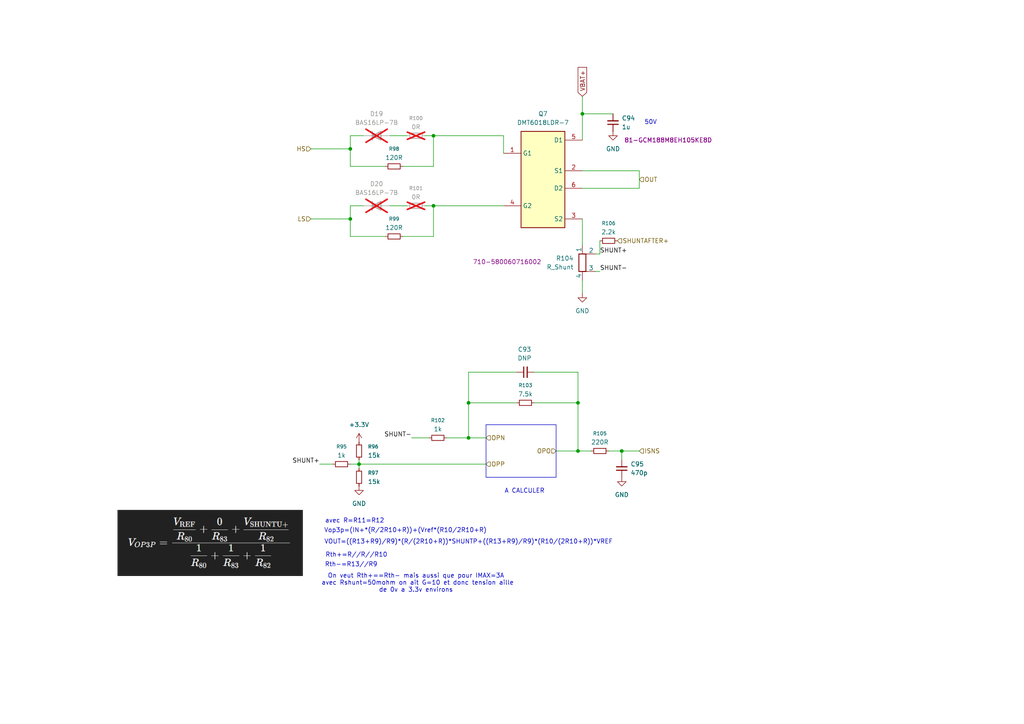
<source format=kicad_sch>
(kicad_sch (version 20250114) (generator "eeschema") (generator_version "9.0")
  (paper "A4")
  (lib_symbols
    (symbol "Device:C_Small" (pin_numbers (hide yes)) (pin_names (offset 0.254) (hide yes))
      (property "Reference" "C" (at 0.254 1.778 0))
      (property "Value" "C_Small" (at 0.254 -2.032 0))
      (symbol "C_Small_0_1"
        (polyline (pts (xy -1.524 0.508) (xy 1.524 0.508)) (stroke (width 0.3048)))
        (polyline (pts (xy -1.524 -0.508) (xy 1.524 -0.508)) (stroke (width 0.3302)))
      )
      (symbol "C_Small_1_1"
        (pin passive line (at 0 2.54 270) (length 2.032) (name "~") (number "1"))
        (pin passive line (at 0 -2.54 90) (length 2.032) (name "~") (number "2"))
      )
    )
    (symbol "Device:R_Shunt" (pin_numbers (hide yes)) (pin_names (offset 0))
      (property "Reference" "R" (at -4.445 0 90))
      (property "Value" "R_Shunt" (at -2.54 0 90))
      (symbol "R_Shunt_0_1"
        (rectangle (start -1.016 -2.54) (end 1.016 2.54) (stroke (width 0.254)))
        (polyline (pts (xy 0 -2.54) (xy 1.27 -2.54)))
        (polyline (pts (xy 1.27 2.54) (xy 0 2.54)))
      )
      (symbol "R_Shunt_1_1"
        (pin passive line (at 0 5.08 270) (length 2.54) (name "1") (number "1"))
        (pin passive line (at 0 -5.08 90) (length 2.54) (name "4") (number "4"))
        (pin passive line (at 3.81 2.54 180) (length 2.54) (name "2") (number "2"))
        (pin passive line (at 3.81 -2.54 180) (length 2.54) (name "3") (number "3"))
      )
    )
    (symbol "Device:R_Small" (pin_numbers (hide yes)) (pin_names (offset 0.254) (hide yes))
      (property "Reference" "R" (at 0 0 90))
      (property "Value" "R_Small" (at 1.778 0 90))
      (symbol "R_Small_0_1"
        (rectangle (start -0.762 1.778) (end 0.762 -1.778) (stroke (width 0.2032)))
      )
      (symbol "R_Small_1_1"
        (pin passive line (at 0 2.54 270) (length 0.762) (name "~") (number "1"))
        (pin passive line (at 0 -2.54 90) (length 0.762) (name "~") (number "2"))
      )
    )
    (symbol "Diode:1N4148WT" (pin_numbers (hide yes)) (pin_names (hide yes))
      (property "Reference" "D" (at 0 2.54 0))
      (property "Value" "1N4148WT" (at 0 -2.54 0))
      (symbol "1N4148WT_0_1"
        (polyline (pts (xy -1.27 1.27) (xy -1.27 -1.27)) (stroke (width 0.254)))
        (polyline (pts (xy 1.27 1.27) (xy 1.27 -1.27) (xy -1.27 0) (xy 1.27 1.27)) (stroke (width 0.254)))
        (polyline (pts (xy 1.27 0) (xy -1.27 0)))
      )
      (symbol "1N4148WT_1_1"
        (pin passive line (at -3.81 0 0) (length 2.54) (name "K") (number "1"))
        (pin passive line (at 3.81 0 180) (length 2.54) (name "A") (number "2"))
      )
    )
    (symbol "power:+3.3V" (power) (pin_numbers (hide yes)) (pin_names (offset 0) (hide yes))
      (property "Value" "+3.3V" (at 0 3.556 0))
      (symbol "+3.3V_0_1"
        (polyline (pts (xy -0.762 1.27) (xy 0 2.54)))
        (polyline (pts (xy 0 2.54) (xy 0.762 1.27)))
        (polyline (pts (xy 0 0) (xy 0 2.54)))
      )
      (symbol "+3.3V_1_1"
        (pin power_in line (at 0 0 90) (length 0) (name "~") (number "1"))
      )
    )
    (symbol "power:GND" (power) (pin_numbers (hide yes)) (pin_names (offset 0) (hide yes))
      (property "Value" "GND" (at 0 -3.81 0))
      (symbol "GND_0_1"
        (polyline (pts (xy 0 0) (xy 0 -1.27) (xy 1.27 -1.27) (xy 0 -2.54) (xy -1.27 -1.27) (xy 0 -1.27)))
      )
      (symbol "GND_1_1"
        (pin power_in line (at 0 0 270) (length 0) (name "~") (number "1"))
      )
    )
    (symbol "samacsys:DMT6018LDR-7"
      (property "Reference" "Q" (at 19.05 7.62 0))
      (property "Value" "DMT6018LDR-7" (at 19.05 5.08 0))
      (symbol "DMT6018LDR-7_1_1"
        (rectangle (start 5.08 11.43) (end 17.78 -16.51) (stroke (width 0.254)) (fill (type background)))
        (pin passive line (at 0 5.08 0) (length 5.08) (name "G1") (number "1"))
        (pin passive line (at 0 -10.16 0) (length 5.08) (name "G2") (number "4"))
        (pin passive line (at 22.86 8.89 180) (length 5.08) (name "D1") (number "5"))
        (pin passive line (at 22.86 0 180) (length 5.08) (name "S1") (number "2"))
        (pin passive line (at 22.86 -5.08 180) (length 5.08) (name "D2") (number "6"))
        (pin passive line (at 22.86 -13.97 180) (length 5.08) (name "S2") (number "3"))
      )
    )
  )
  (text "VOUT=((R13+R9)/R9)*(R/(2R10+R))*SHUNTP+((R13+R9)/R9)*(R10/(2R10+R))*VREF" (at 135.89 157.226 0) (effects (font (size 1.27 1.27))))
  (text "Rth+=R//R//R10" (at 103.378 161.036 0) (effects (font (size 1.27 1.27))))
  (text "Vop3p=(IN+*(R/2R10+R))+(Vref*(R10/2R10+R)" (at 117.602 153.924 0) (effects (font (size 1.27 1.27))))
  (text "avec R=R11=R12" (at 102.87 151.13 0) (effects (font (size 1.27 1.27))))
  (text "50V" (at 188.722 35.56 0) (effects (font (size 1.27 1.27))))
  (text "A CALCULER\n" (at 152.146 142.494 0) (effects (font (size 1.27 1.27))))
  (text "Rth-=R13//R9" (at 101.854 163.83 0) (effects (font (size 1.27 1.27))))
  (text "On veut Rth+==Rth- mais aussi que pour IMAX=3A\n avec Rshunt=50mohm on ait G=10 et donc tension aille\n de 0v a 3.3v environs " (at 120.65 169.164 0) (effects (font (size 1.27 1.27))))
  (junction (at 125.73 59.69))
  (junction (at 125.73 39.37))
  (junction (at 168.91 33.02))
  (junction (at 167.64 116.84))
  (junction (at 167.64 130.81))
  (junction (at 101.6 43.18))
  (junction (at 135.89 116.84))
  (junction (at 135.89 127))
  (junction (at 180.34 130.81))
  (junction (at 104.14 134.62))
  (junction (at 101.6 63.5))
  (wire (pts (xy 101.6 43.18) (xy 101.6 48.26)))
  (polyline (pts (xy 161.29 123.19) (xy 161.29 138.43)))
  (wire (pts (xy 149.86 107.95) (xy 135.89 107.95)))
  (wire (pts (xy 135.89 107.95) (xy 135.89 116.84)))
  (wire (pts (xy 173.99 69.85) (xy 173.99 73.66)))
  (wire (pts (xy 101.6 59.69) (xy 101.6 63.5)))
  (wire (pts (xy 116.84 68.58) (xy 125.73 68.58)))
  (wire (pts (xy 90.17 63.5) (xy 101.6 63.5)))
  (wire (pts (xy 167.64 107.95) (xy 167.64 116.84)))
  (wire (pts (xy 101.6 39.37) (xy 101.6 43.18)))
  (wire (pts (xy 125.73 59.69) (xy 123.19 59.69)))
  (wire (pts (xy 113.03 59.69) (xy 118.11 59.69)))
  (wire (pts (xy 125.73 39.37) (xy 123.19 39.37)))
  (wire (pts (xy 161.29 130.81) (xy 167.64 130.81)))
  (wire (pts (xy 104.14 134.62) (xy 104.14 133.35)))
  (wire (pts (xy 180.34 133.35) (xy 180.34 130.81)))
  (wire (pts (xy 168.91 49.53) (xy 185.42 49.53)))
  (wire (pts (xy 168.91 33.02) (xy 168.91 40.64)))
  (wire (pts (xy 101.6 134.62) (xy 104.14 134.62)))
  (wire (pts (xy 104.14 134.62) (xy 140.97 134.62)))
  (wire (pts (xy 90.17 43.18) (xy 101.6 43.18)))
  (polyline (pts (xy 140.97 123.19) (xy 140.97 138.43)))
  (wire (pts (xy 125.73 48.26) (xy 125.73 39.37)))
  (wire (pts (xy 185.42 54.61) (xy 168.91 54.61)))
  (wire (pts (xy 101.6 39.37) (xy 105.41 39.37)))
  (wire (pts (xy 149.86 116.84) (xy 135.89 116.84)))
  (wire (pts (xy 154.94 107.95) (xy 167.64 107.95)))
  (wire (pts (xy 119.38 127) (xy 124.46 127)))
  (wire (pts (xy 111.76 48.26) (xy 101.6 48.26)))
  (wire (pts (xy 168.91 63.5) (xy 168.91 71.12)))
  (polyline (pts (xy 140.97 123.19) (xy 161.29 123.19)))
  (wire (pts (xy 125.73 59.69) (xy 146.05 59.69)))
  (wire (pts (xy 172.72 73.66) (xy 173.99 73.66)))
  (wire (pts (xy 180.34 130.81) (xy 185.42 130.81)))
  (wire (pts (xy 185.42 49.53) (xy 185.42 54.61)))
  (wire (pts (xy 167.64 116.84) (xy 167.64 130.81)))
  (wire (pts (xy 167.64 130.81) (xy 171.45 130.81)))
  (wire (pts (xy 135.89 116.84) (xy 135.89 127)))
  (wire (pts (xy 180.34 130.81) (xy 176.53 130.81)))
  (wire (pts (xy 168.91 33.02) (xy 177.8 33.02)))
  (wire (pts (xy 135.89 127) (xy 140.97 127)))
  (wire (pts (xy 129.54 127) (xy 135.89 127)))
  (wire (pts (xy 111.76 68.58) (xy 101.6 68.58)))
  (wire (pts (xy 125.73 68.58) (xy 125.73 59.69)))
  (wire (pts (xy 101.6 63.5) (xy 101.6 68.58)))
  (wire (pts (xy 173.99 78.74) (xy 172.72 78.74)))
  (wire (pts (xy 116.84 48.26) (xy 125.73 48.26)))
  (wire (pts (xy 168.91 27.94) (xy 168.91 33.02)))
  (wire (pts (xy 125.73 39.37) (xy 146.05 39.37)))
  (wire (pts (xy 104.14 134.62) (xy 104.14 135.89)))
  (wire (pts (xy 168.91 81.28) (xy 168.91 85.09)))
  (wire (pts (xy 154.94 116.84) (xy 167.64 116.84)))
  (wire (pts (xy 101.6 59.69) (xy 105.41 59.69)))
  (polyline (pts (xy 161.29 138.43) (xy 140.97 138.43)))
  (wire (pts (xy 113.03 39.37) (xy 118.11 39.37)))
  (wire (pts (xy 92.71 134.62) (xy 96.52 134.62)))
  (wire (pts (xy 146.05 39.37) (xy 146.05 44.45)))
  (image (at 60.96 157.48) (scale 0.383383))
  (label "SHUNT-" (at 119.38 127 180))
  (label "SHUNT+" (at 173.99 73.66 0))
  (label "SHUNT+" (at 92.71 134.62 180))
  (label "SHUNT-" (at 173.99 78.74 0))
  (global_label "VBAT+" (shape input) (at 168.91 27.94 90) (property "Intersheetrefs" "${INTERSHEET_REFS}" (effects (hide yes))))
  (hierarchical_label "OPO" (shape input) (at 161.29 130.81 180))
  (hierarchical_label "LS" (shape input) (at 90.17 63.5 180))
  (hierarchical_label "ISNS" (shape input) (at 185.42 130.81 0))
  (hierarchical_label "OPP" (shape input) (at 140.97 134.62 0))
  (hierarchical_label "SHUNTAFTER+" (shape input) (at 179.07 69.85 0))
  (hierarchical_label "OPN" (shape input) (at 140.97 127 0))
  (hierarchical_label "HS" (shape input) (at 90.17 43.18 180))
  (hierarchical_label "OUT" (shape input) (at 185.42 52.07 0))
  (symbol (lib_id "Device:R_Small") (at 114.3 48.26 90) (unit 1)
    (property "Reference" "R12" (at 114.3 43.18 90) (effects (font (size 1.016 1.016))))
    (property "Value" "120R" (at 114.3 45.72 90))
    (property "Footprint" "Resistor_SMD:R_0201_0603Metric_Pad0.64x0.40mm_HandSolder" (effects (hide yes)))
    (property "Description" "Resistor, small symbol" (effects (hide yes)))
    (instances (project "FOC_CONTROLLER_V1" (path "" (reference "R98") (unit 1)) (path "" (reference "R112") (unit 1)) (path "" (reference "R124") (unit 1)) (path "" (reference "R36") (unit 1)) (path "" (reference "R24") (unit 1)) (path "" (reference "R12") (unit 1)) (path "" (reference "R54") (unit 1)) (path "" (reference "R68") (unit 1)) (path "" (reference "R80") (unit 1))))
  )
  (symbol (lib_id "Device:R_Small") (at 176.53 69.85 90) (unit 1)
    (property "Reference" "R20" (at 176.53 64.77 90) (effects (font (size 1.016 1.016))))
    (property "Value" "2.2k" (at 176.53 67.31 90))
    (property "Footprint" "Resistor_SMD:R_0201_0603Metric_Pad0.64x0.40mm_HandSolder" (effects (hide yes)))
    (property "Description" "Resistor, small symbol" (effects (hide yes)))
    (instances (project "FOC_CONTROLLER_V1" (path "" (reference "R106") (unit 1)) (path "" (reference "R120") (unit 1)) (path "" (reference "R132") (unit 1)) (path "" (reference "R44") (unit 1)) (path "" (reference "R32") (unit 1)) (path "" (reference "R20") (unit 1)) (path "" (reference "R62") (unit 1)) (path "" (reference "R76") (unit 1)) (path "" (reference "R88") (unit 1))))
  )
  (symbol (lib_id "power:GND") (at 168.91 85.09 0) (unit 1)
    (property "Reference" "#PWR032" (effects (hide yes)))
    (property "Value" "GND" (at 168.91 90.17 0))
    (property "Description" "Power symbol creates a global label with name \"GND\" , ground" (effects (hide yes)))
    (instances (project "FOC_CONTROLLER_V1" (path "" (reference "#PWR0112") (unit 1)) (path "" (reference "#PWR0123") (unit 1)) (path "" (reference "#PWR0128") (unit 1)) (path "" (reference "#PWR042") (unit 1)) (path "" (reference "#PWR037") (unit 1)) (path "" (reference "#PWR032") (unit 1)) (path "" (reference "#PWR069") (unit 1)) (path "" (reference "#PWR080") (unit 1)) (path "" (reference "#PWR085") (unit 1))))
  )
  (symbol (lib_id "power:GND") (at 177.8 38.1 0) (unit 1)
    (property "Reference" "#PWR033" (effects (hide yes)))
    (property "Value" "GND" (at 177.8 43.18 0))
    (property "Description" "Power symbol creates a global label with name \"GND\" , ground" (effects (hide yes)))
    (instances (project "FOC_CONTROLLER_V1" (path "" (reference "#PWR0113") (unit 1)) (path "" (reference "#PWR0124") (unit 1)) (path "" (reference "#PWR0129") (unit 1)) (path "" (reference "#PWR043") (unit 1)) (path "" (reference "#PWR038") (unit 1)) (path "" (reference "#PWR033") (unit 1)) (path "" (reference "#PWR070") (unit 1)) (path "" (reference "#PWR081") (unit 1)) (path "" (reference "#PWR086") (unit 1))))
  )
  (symbol (lib_id "Device:R_Small") (at 152.4 116.84 90) (unit 1)
    (property "Reference" "R17" (at 152.4 111.76 90) (effects (font (size 1.016 1.016))))
    (property "Value" "7.5k" (at 152.4 114.3 90))
    (property "Footprint" "Resistor_SMD:R_0201_0603Metric_Pad0.64x0.40mm_HandSolder" (effects (hide yes)))
    (property "Description" "Resistor, small symbol" (effects (hide yes)))
    (instances (project "FOC_CONTROLLER_V1" (path "" (reference "R103") (unit 1)) (path "" (reference "R117") (unit 1)) (path "" (reference "R129") (unit 1)) (path "" (reference "R41") (unit 1)) (path "" (reference "R29") (unit 1)) (path "" (reference "R17") (unit 1)) (path "" (reference "R59") (unit 1)) (path "" (reference "R73") (unit 1)) (path "" (reference "R85") (unit 1))))
  )
  (symbol (lib_id "Device:R_Small") (at 99.06 134.62 90) (unit 1)
    (property "Reference" "R9" (at 99.06 129.54 90) (effects (font (size 1.016 1.016))))
    (property "Value" "1k" (at 99.06 132.08 90))
    (property "Footprint" "Resistor_SMD:R_0201_0603Metric_Pad0.64x0.40mm_HandSolder" (effects (hide yes)))
    (property "Description" "Resistor, small symbol" (effects (hide yes)))
    (instances (project "FOC_CONTROLLER_V1" (path "" (reference "R95") (unit 1)) (path "" (reference "R109") (unit 1)) (path "" (reference "R121") (unit 1)) (path "" (reference "R33") (unit 1)) (path "" (reference "R21") (unit 1)) (path "" (reference "R9") (unit 1)) (path "" (reference "R51") (unit 1)) (path "" (reference "R65") (unit 1)) (path "" (reference "R77") (unit 1))))
  )
  (symbol (lib_id "Device:R_Small") (at 120.65 39.37 90) (unit 1) (dnp yes)
    (property "Reference" "R14" (at 120.65 34.29 90) (effects (font (size 1.016 1.016))))
    (property "Value" "0R" (at 120.65 36.83 90))
    (property "Footprint" "Resistor_SMD:R_0201_0603Metric_Pad0.64x0.40mm_HandSolder" (effects (hide yes)))
    (property "Description" "Resistor, small symbol" (effects (hide yes)))
    (instances (project "FOC_CONTROLLER_V1" (path "" (reference "R100") (unit 1)) (path "" (reference "R114") (unit 1)) (path "" (reference "R126") (unit 1)) (path "" (reference "R38") (unit 1)) (path "" (reference "R26") (unit 1)) (path "" (reference "R14") (unit 1)) (path "" (reference "R56") (unit 1)) (path "" (reference "R70") (unit 1)) (path "" (reference "R82") (unit 1))))
  )
  (symbol (lib_id "Diode:1N4148WT") (at 109.22 39.37 0) (unit 1) (dnp yes)
    (property "Reference" "D3" (at 109.22 33.02 0))
    (property "Value" "BAS16LP-7B" (at 109.22 35.56 0))
    (property "Footprint" "Diode_SMD:D_01005_0402Metric_Pad0.57x0.30mm_HandSolder" (effects (hide yes)))
    (property "Datasheet" "https://www.diodes.com/assets/Datasheets/ds30396.pdf" (effects (hide yes)))
    (property "Description" "75V 0.15A Fast switching Diode, SOD-523" (effects (hide yes)))
    (property "Sim.Device" "D" (effects (hide yes)))
    (property "Sim.Pins" "1=K 2=A" (effects (hide yes)))
    (instances (project "FOC_CONTROLLER_V1" (path "" (reference "D19") (unit 1)) (path "" (reference "D21") (unit 1)) (path "" (reference "D23") (unit 1)) (path "" (reference "D7") (unit 1)) (path "" (reference "D5") (unit 1)) (path "" (reference "D3") (unit 1)) (path "" (reference "D11") (unit 1)) (path "" (reference "D13") (unit 1)) (path "" (reference "D15") (unit 1))))
  )
  (symbol (lib_id "Device:R_Small") (at 127 127 90) (unit 1)
    (property "Reference" "R16" (at 127 121.92 90) (effects (font (size 1.016 1.016))))
    (property "Value" "1k" (at 127 124.46 90))
    (property "Footprint" "Resistor_SMD:R_0201_0603Metric_Pad0.64x0.40mm_HandSolder" (effects (hide yes)))
    (property "Description" "Resistor, small symbol" (effects (hide yes)))
    (instances (project "FOC_CONTROLLER_V1" (path "" (reference "R102") (unit 1)) (path "" (reference "R116") (unit 1)) (path "" (reference "R128") (unit 1)) (path "" (reference "R40") (unit 1)) (path "" (reference "R28") (unit 1)) (path "" (reference "R16") (unit 1)) (path "" (reference "R58") (unit 1)) (path "" (reference "R72") (unit 1)) (path "" (reference "R84") (unit 1))))
  )
  (symbol (lib_id "Device:C_Small") (at 177.8 35.56 180) (unit 1)
    (property "Reference" "C27" (at 180.34 34.2835 0) (effects (justify right)))
    (property "Value" "1u" (at 180.34 36.8235 0) (effects (justify right)))
    (property "Footprint" "Capacitor_SMD:C_0603_1608Metric" (effects (hide yes)))
    (property "Description" "Unpolarized capacitor, small symbol" (effects (hide yes)))
    (property "Manufacturer_Part_Number" "GCM188M8EH105KE8D" (effects (hide yes)))
    (property "Mouser Part Number" "81-GCM188M8EH105KE8D" (at 193.802 40.64 0))
    (instances (project "FOC_CONTROLLER_V1" (path "" (reference "C94") (unit 1)) (path "" (reference "C98") (unit 1)) (path "" (reference "C101") (unit 1)) (path "" (reference "C33") (unit 1)) (path "" (reference "C30") (unit 1)) (path "" (reference "C27") (unit 1)) (path "" (reference "C60") (unit 1)) (path "" (reference "C64") (unit 1)) (path "" (reference "C67") (unit 1))))
  )
  (symbol (lib_id "Device:R_Small") (at 104.14 130.81 0) (unit 1)
    (property "Reference" "R10" (at 106.68 129.5399 0) (effects (font (size 1.016 1.016)) (justify left)))
    (property "Value" "15k" (at 106.68 132.0799 0) (effects (justify left)))
    (property "Footprint" "Resistor_SMD:R_0201_0603Metric_Pad0.64x0.40mm_HandSolder" (effects (hide yes)))
    (property "Description" "Resistor, small symbol" (effects (hide yes)))
    (instances (project "FOC_CONTROLLER_V1" (path "" (reference "R96") (unit 1)) (path "" (reference "R110") (unit 1)) (path "" (reference "R122") (unit 1)) (path "" (reference "R34") (unit 1)) (path "" (reference "R22") (unit 1)) (path "" (reference "R10") (unit 1)) (path "" (reference "R52") (unit 1)) (path "" (reference "R66") (unit 1)) (path "" (reference "R78") (unit 1))))
  )
  (symbol (lib_id "Device:R_Small") (at 114.3 68.58 90) (unit 1)
    (property "Reference" "R13" (at 114.3 63.5 90) (effects (font (size 1.016 1.016))))
    (property "Value" "120R" (at 114.3 66.04 90))
    (property "Footprint" "Resistor_SMD:R_0201_0603Metric_Pad0.64x0.40mm_HandSolder" (effects (hide yes)))
    (property "Description" "Resistor, small symbol" (effects (hide yes)))
    (instances (project "FOC_CONTROLLER_V1" (path "" (reference "R99") (unit 1)) (path "" (reference "R113") (unit 1)) (path "" (reference "R125") (unit 1)) (path "" (reference "R37") (unit 1)) (path "" (reference "R25") (unit 1)) (path "" (reference "R13") (unit 1)) (path "" (reference "R55") (unit 1)) (path "" (reference "R69") (unit 1)) (path "" (reference "R81") (unit 1))))
  )
  (symbol (lib_id "Device:R_Shunt") (at 168.91 76.2 0) (unit 1)
    (property "Reference" "R18" (at 166.37 74.9299 0) (effects (justify right)))
    (property "Value" "R_Shunt" (at 166.37 77.4699 0) (effects (justify right)))
    (property "Footprint" "samacsys:4wire_0603" (effects (hide yes)))
    (property "Description" "Shunt resistor" (effects (hide yes)))
    (property "Manufacturer_Part_Number" "580060716002" (effects (hide yes)))
    (property "Mouser Part Number" "710-580060716002" (at 147.066 75.946 0))
    (instances (project "FOC_CONTROLLER_V1" (path "" (reference "R104") (unit 1)) (path "" (reference "R118") (unit 1)) (path "" (reference "R130") (unit 1)) (path "" (reference "R42") (unit 1)) (path "" (reference "R30") (unit 1)) (path "" (reference "R18") (unit 1)) (path "" (reference "R60") (unit 1)) (path "" (reference "R74") (unit 1)) (path "" (reference "R86") (unit 1))))
  )
  (symbol (lib_id "Device:C_Small") (at 152.4 107.95 90) (unit 1)
    (property "Reference" "C26" (at 152.146 101.346 90))
    (property "Value" "DNP" (at 152.146 103.886 90))
    (property "Footprint" "Capacitor_SMD:C_0201_0603Metric_Pad0.64x0.40mm_HandSolder" (effects (hide yes)))
    (property "Description" "Unpolarized capacitor, small symbol" (effects (hide yes)))
    (instances (project "FOC_CONTROLLER_V1" (path "" (reference "C93") (unit 1)) (path "" (reference "C97") (unit 1)) (path "" (reference "C100") (unit 1)) (path "" (reference "C32") (unit 1)) (path "" (reference "C29") (unit 1)) (path "" (reference "C26") (unit 1)) (path "" (reference "C59") (unit 1)) (path "" (reference "C63") (unit 1)) (path "" (reference "C66") (unit 1))))
  )
  (symbol (lib_id "Device:R_Small") (at 104.14 138.43 0) (unit 1)
    (property "Reference" "R11" (at 106.68 137.1599 0) (effects (font (size 1.016 1.016)) (justify left)))
    (property "Value" "15k" (at 106.68 139.6999 0) (effects (justify left)))
    (property "Footprint" "Resistor_SMD:R_0201_0603Metric_Pad0.64x0.40mm_HandSolder" (effects (hide yes)))
    (property "Description" "Resistor, small symbol" (effects (hide yes)))
    (instances (project "FOC_CONTROLLER_V1" (path "" (reference "R97") (unit 1)) (path "" (reference "R111") (unit 1)) (path "" (reference "R123") (unit 1)) (path "" (reference "R35") (unit 1)) (path "" (reference "R23") (unit 1)) (path "" (reference "R11") (unit 1)) (path "" (reference "R53") (unit 1)) (path "" (reference "R67") (unit 1)) (path "" (reference "R79") (unit 1))))
  )
  (symbol (lib_id "power:GND") (at 180.34 138.43 0) (unit 1)
    (property "Reference" "#PWR034" (effects (hide yes)))
    (property "Value" "GND" (at 180.34 143.51 0))
    (property "Description" "Power symbol creates a global label with name \"GND\" , ground" (effects (hide yes)))
    (instances (project "FOC_CONTROLLER_V1" (path "" (reference "#PWR0114") (unit 1)) (path "" (reference "#PWR0125") (unit 1)) (path "" (reference "#PWR0130") (unit 1)) (path "" (reference "#PWR044") (unit 1)) (path "" (reference "#PWR039") (unit 1)) (path "" (reference "#PWR034") (unit 1)) (path "" (reference "#PWR071") (unit 1)) (path "" (reference "#PWR082") (unit 1)) (path "" (reference "#PWR087") (unit 1))))
  )
  (symbol (lib_id "Diode:1N4148WT") (at 109.22 59.69 0) (unit 1) (dnp yes)
    (property "Reference" "D4" (at 109.22 53.34 0))
    (property "Value" "BAS16LP-7B" (at 109.22 55.88 0))
    (property "Footprint" "Diode_SMD:D_01005_0402Metric_Pad0.57x0.30mm_HandSolder" (effects (hide yes)))
    (property "Datasheet" "https://www.diodes.com/assets/Datasheets/ds30396.pdf" (effects (hide yes)))
    (property "Description" "75V 0.15A Fast switching Diode, SOD-523" (effects (hide yes)))
    (property "Sim.Device" "D" (effects (hide yes)))
    (property "Sim.Pins" "1=K 2=A" (effects (hide yes)))
    (instances (project "FOC_CONTROLLER_V1" (path "" (reference "D20") (unit 1)) (path "" (reference "D22") (unit 1)) (path "" (reference "D24") (unit 1)) (path "" (reference "D8") (unit 1)) (path "" (reference "D6") (unit 1)) (path "" (reference "D4") (unit 1)) (path "" (reference "D12") (unit 1)) (path "" (reference "D14") (unit 1)) (path "" (reference "D16") (unit 1))))
  )
  (symbol (lib_id "Device:R_Small") (at 173.99 130.81 90) (unit 1)
    (property "Reference" "R19" (at 173.99 125.73 90) (effects (font (size 1.016 1.016))))
    (property "Value" "220R" (at 173.99 128.27 90))
    (property "Footprint" "Resistor_SMD:R_0201_0603Metric_Pad0.64x0.40mm_HandSolder" (effects (hide yes)))
    (property "Description" "Resistor, small symbol" (effects (hide yes)))
    (instances (project "FOC_CONTROLLER_V1" (path "" (reference "R105") (unit 1)) (path "" (reference "R119") (unit 1)) (path "" (reference "R131") (unit 1)) (path "" (reference "R43") (unit 1)) (path "" (reference "R31") (unit 1)) (path "" (reference "R19") (unit 1)) (path "" (reference "R61") (unit 1)) (path "" (reference "R75") (unit 1)) (path "" (reference "R87") (unit 1))))
  )
  (symbol (lib_id "Device:R_Small") (at 120.65 59.69 90) (unit 1) (dnp yes)
    (property "Reference" "R15" (at 120.65 54.61 90) (effects (font (size 1.016 1.016))))
    (property "Value" "0R" (at 120.65 57.15 90))
    (property "Footprint" "Resistor_SMD:R_0201_0603Metric_Pad0.64x0.40mm_HandSolder" (effects (hide yes)))
    (property "Description" "Resistor, small symbol" (effects (hide yes)))
    (instances (project "FOC_CONTROLLER_V1" (path "" (reference "R101") (unit 1)) (path "" (reference "R115") (unit 1)) (path "" (reference "R127") (unit 1)) (path "" (reference "R39") (unit 1)) (path "" (reference "R27") (unit 1)) (path "" (reference "R15") (unit 1)) (path "" (reference "R57") (unit 1)) (path "" (reference "R71") (unit 1)) (path "" (reference "R83") (unit 1))))
  )
  (symbol (lib_id "samacsys:DMT6018LDR-7") (at 146.05 49.53 0) (unit 1)
    (property "Reference" "Q1" (at 157.48 33.02 0))
    (property "Value" "DMT6018LDR-7" (at 157.48 35.56 0))
    (property "Footprint" "samacsys:DMT6018LDR7" (effects (hide yes)))
    (property "Datasheet" "https://www.diodes.com/assets/Datasheets/DMT6018LDR.pdf" (effects (hide yes)))
    (property "Description" "DIODES INC. - DMT6018LDR-7 - Dual MOSFET, N Channel, 60 V, 60 V, 8.8 A, 8.8 A, 0.013 ohm" (effects (hide yes)))
    (property "Height" "0.85" (effects (hide yes)))
    (property "Manufacturer_Name" "Diodes Incorporated" (effects (hide yes)))
    (property "Manufacturer_Part_Number" "DMT6018LDR-7" (effects (hide yes)))
    (property "Mouser Part Number" "621-DMT6018LDR-7" (effects (hide yes)))
    (property "Mouser Price/Stock" "https://www.mouser.co.uk/ProductDetail/Diodes-Incorporated/DMT6018LDR-7?qs=4EhzHfbM1GhfDx1FS0oSLQ%3D%3D" (effects (hide yes)))
    (property "Arrow Part Number" "DMT6018LDR-7" (effects (hide yes)))
    (property "Arrow Price/Stock" "https://www.arrow.com/en/products/dmt6018ldr-7/diodes-incorporated?utm_currency=USD&region=nac" (effects (hide yes)))
    (instances (project "FOC_CONTROLLER_V1" (path "" (reference "Q7") (unit 1)) (path "" (reference "Q8") (unit 1)) (path "" (reference "Q9") (unit 1)) (path "" (reference "Q3") (unit 1)) (path "" (reference "Q2") (unit 1)) (path "" (reference "Q1") (unit 1)) (path "" (reference "Q4") (unit 1)) (path "" (reference "Q5") (unit 1)) (path "" (reference "Q6") (unit 1))))
  )
  (symbol (lib_id "power:GND") (at 104.14 140.97 0) (unit 1)
    (property "Reference" "#PWR031" (effects (hide yes)))
    (property "Value" "GND" (at 104.14 146.05 0))
    (property "Description" "Power symbol creates a global label with name \"GND\" , ground" (effects (hide yes)))
    (instances (project "FOC_CONTROLLER_V1" (path "" (reference "#PWR0111") (unit 1)) (path "" (reference "#PWR0122") (unit 1)) (path "" (reference "#PWR0127") (unit 1)) (path "" (reference "#PWR041") (unit 1)) (path "" (reference "#PWR036") (unit 1)) (path "" (reference "#PWR031") (unit 1)) (path "" (reference "#PWR068") (unit 1)) (path "" (reference "#PWR079") (unit 1)) (path "" (reference "#PWR084") (unit 1))))
  )
  (symbol (lib_id "power:+3.3V") (at 104.14 128.27 0) (unit 1)
    (property "Reference" "#PWR030" (effects (hide yes)))
    (property "Value" "+3.3V" (at 104.14 123.19 0))
    (property "Description" "Power symbol creates a global label with name \"+3.3V\"" (effects (hide yes)))
    (instances (project "FOC_CONTROLLER_V1" (path "" (reference "#PWR0110") (unit 1)) (path "" (reference "#PWR0121") (unit 1)) (path "" (reference "#PWR0126") (unit 1)) (path "" (reference "#PWR040") (unit 1)) (path "" (reference "#PWR035") (unit 1)) (path "" (reference "#PWR030") (unit 1)) (path "" (reference "#PWR067") (unit 1)) (path "" (reference "#PWR078") (unit 1)) (path "" (reference "#PWR083") (unit 1))))
  )
  (symbol (lib_id "Device:C_Small") (at 180.34 135.89 180) (unit 1)
    (property "Reference" "C28" (at 182.88 134.6135 0) (effects (justify right)))
    (property "Value" "470p" (at 182.88 137.1535 0) (effects (justify right)))
    (property "Footprint" "Capacitor_SMD:C_0201_0603Metric_Pad0.64x0.40mm_HandSolder" (effects (hide yes)))
    (property "Description" "Unpolarized capacitor, small symbol" (effects (hide yes)))
    (instances (project "FOC_CONTROLLER_V1" (path "" (reference "C95") (unit 1)) (path "" (reference "C99") (unit 1)) (path "" (reference "C102") (unit 1)) (path "" (reference "C34") (unit 1)) (path "" (reference "C31") (unit 1)) (path "" (reference "C28") (unit 1)) (path "" (reference "C61") (unit 1)) (path "" (reference "C65") (unit 1)) (path "" (reference "C68") (unit 1))))
  )
)
</source>
